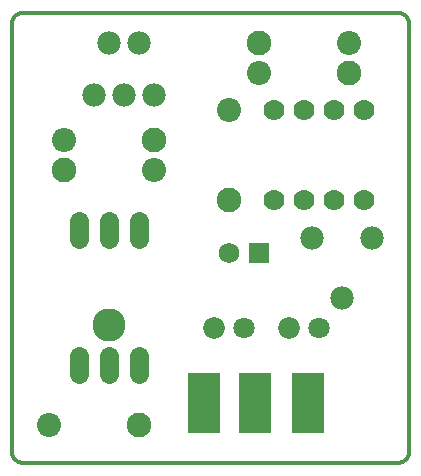
<source format=gbs>
G75*
%MOIN*%
%OFA0B0*%
%FSLAX24Y24*%
%IPPOS*%
%LPD*%
%AMOC8*
5,1,8,0,0,1.08239X$1,22.5*
%
%ADD10C,0.0120*%
%ADD11C,0.1105*%
%ADD12C,0.0700*%
%ADD13C,0.0640*%
%ADD14C,0.0780*%
%ADD15C,0.0806*%
%ADD16C,0.0825*%
%ADD17C,0.0707*%
%ADD18C,0.0721*%
%ADD19R,0.0690X0.0690*%
%ADD20C,0.0690*%
%ADD21R,0.1083X0.2009*%
D10*
X000160Y000535D02*
X000160Y014785D01*
X000162Y014822D01*
X000167Y014858D01*
X000176Y014894D01*
X000189Y014929D01*
X000204Y014962D01*
X000223Y014993D01*
X000245Y015023D01*
X000270Y015050D01*
X000297Y015075D01*
X000327Y015097D01*
X000358Y015116D01*
X000391Y015131D01*
X000426Y015144D01*
X000462Y015153D01*
X000498Y015158D01*
X000535Y015160D01*
X013035Y015160D01*
X013072Y015158D01*
X013108Y015153D01*
X013144Y015144D01*
X013179Y015131D01*
X013212Y015116D01*
X013243Y015097D01*
X013273Y015075D01*
X013300Y015050D01*
X013325Y015023D01*
X013347Y014993D01*
X013366Y014962D01*
X013381Y014929D01*
X013394Y014894D01*
X013403Y014858D01*
X013408Y014822D01*
X013410Y014785D01*
X013410Y000535D01*
X013408Y000498D01*
X013403Y000462D01*
X013394Y000426D01*
X013381Y000391D01*
X013366Y000358D01*
X013347Y000327D01*
X013325Y000297D01*
X013300Y000270D01*
X013273Y000245D01*
X013243Y000223D01*
X013212Y000204D01*
X013179Y000189D01*
X013144Y000176D01*
X013108Y000167D01*
X013072Y000162D01*
X013035Y000160D01*
X000535Y000160D01*
X000498Y000162D01*
X000462Y000167D01*
X000426Y000176D01*
X000391Y000189D01*
X000358Y000204D01*
X000327Y000223D01*
X000297Y000245D01*
X000270Y000270D01*
X000245Y000297D01*
X000223Y000327D01*
X000204Y000358D01*
X000189Y000391D01*
X000176Y000426D01*
X000167Y000462D01*
X000162Y000498D01*
X000160Y000535D01*
D11*
X003410Y004760D03*
D12*
X008910Y008910D03*
X009910Y008910D03*
X010910Y008910D03*
X011910Y008910D03*
X011910Y011910D03*
X010910Y011910D03*
X009910Y011910D03*
X008910Y011910D03*
D13*
X004410Y008210D02*
X004410Y007610D01*
X003410Y007610D02*
X003410Y008210D01*
X002410Y008210D02*
X002410Y007610D01*
X002410Y003710D02*
X002410Y003110D01*
X003410Y003110D02*
X003410Y003710D01*
X004410Y003710D02*
X004410Y003110D01*
D14*
X010160Y007660D03*
X011160Y005660D03*
X012160Y007660D03*
X004910Y012410D03*
X003910Y012410D03*
X002910Y012410D03*
X003410Y014160D03*
X004410Y014160D03*
D15*
X001910Y010910D03*
X004910Y009910D03*
X007410Y011910D03*
X008410Y013160D03*
X011410Y014160D03*
X001410Y001410D03*
D16*
X004410Y001410D03*
X007410Y008910D03*
X004910Y010910D03*
X001910Y009910D03*
X008410Y014160D03*
X011410Y013160D03*
D17*
X010410Y004660D03*
X007910Y004660D03*
D18*
X006910Y004660D03*
X009410Y004660D03*
D19*
X008410Y007160D03*
D20*
X007410Y007160D03*
D21*
X006556Y002160D03*
X008264Y002160D03*
X010035Y002160D03*
M02*

</source>
